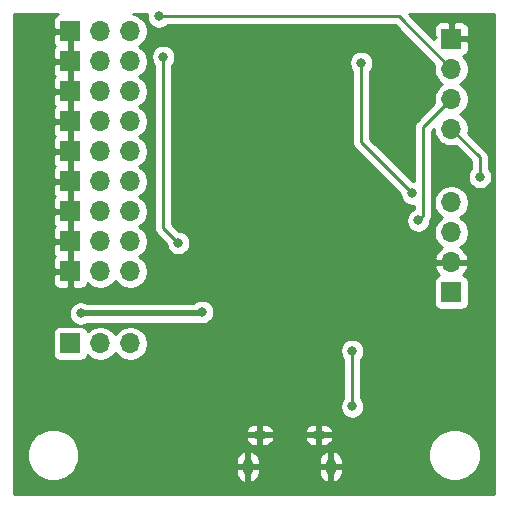
<source format=gbr>
G04 #@! TF.GenerationSoftware,KiCad,Pcbnew,(5.1.5)-3*
G04 #@! TF.CreationDate,2021-09-06T10:27:39+09:00*
G04 #@! TF.ProjectId,MKSP32_v2,4d4b5350-3332-45f7-9632-2e6b69636164,rev?*
G04 #@! TF.SameCoordinates,Original*
G04 #@! TF.FileFunction,Copper,L2,Bot*
G04 #@! TF.FilePolarity,Positive*
%FSLAX46Y46*%
G04 Gerber Fmt 4.6, Leading zero omitted, Abs format (unit mm)*
G04 Created by KiCad (PCBNEW (5.1.5)-3) date 2021-09-06 10:27:39*
%MOMM*%
%LPD*%
G04 APERTURE LIST*
%ADD10O,0.775000X1.550000*%
%ADD11O,1.300000X0.650000*%
%ADD12O,1.700000X1.700000*%
%ADD13R,1.700000X1.700000*%
%ADD14C,0.800000*%
%ADD15C,0.500000*%
%ADD16C,0.250000*%
%ADD17C,0.254000*%
G04 APERTURE END LIST*
D10*
X103500000Y-80000000D03*
X96500000Y-80000000D03*
D11*
X102500000Y-77300000D03*
X97500000Y-77300000D03*
D12*
X113716000Y-57620000D03*
X113716000Y-60160000D03*
X113716000Y-62700000D03*
D13*
X113716000Y-65240000D03*
D12*
X113716000Y-51397000D03*
X113716000Y-48857000D03*
X113716000Y-46317000D03*
D13*
X113716000Y-43777000D03*
D12*
X86538000Y-45682000D03*
X83998000Y-45682000D03*
D13*
X81458000Y-45682000D03*
D12*
X86540000Y-43120001D03*
X84000000Y-43120001D03*
D13*
X81460000Y-43120001D03*
D12*
X86538000Y-50762000D03*
X83998000Y-50762000D03*
D13*
X81458000Y-50762000D03*
D12*
X86540000Y-48222000D03*
X84000000Y-48222000D03*
D13*
X81460000Y-48222000D03*
D12*
X86538000Y-58382000D03*
X83998000Y-58382000D03*
D13*
X81458000Y-58382000D03*
D12*
X86538000Y-55842000D03*
X83998000Y-55842000D03*
D13*
X81458000Y-55842000D03*
D12*
X86540000Y-53302000D03*
X84000000Y-53302000D03*
D13*
X81460000Y-53302000D03*
D12*
X86538000Y-60922000D03*
X83998000Y-60922000D03*
D13*
X81458000Y-60922000D03*
D12*
X86538000Y-63462000D03*
X83998000Y-63462000D03*
D13*
X81458000Y-63462000D03*
D12*
X86538000Y-69558000D03*
X83998000Y-69558000D03*
D13*
X81458000Y-69558000D03*
D14*
X98984000Y-49238000D03*
X91872000Y-69050000D03*
X91872000Y-73622000D03*
X101016000Y-68034000D03*
X95936000Y-62954000D03*
X100254000Y-61176000D03*
X110160000Y-62954000D03*
X112700000Y-68796000D03*
X106604000Y-61938000D03*
X82347000Y-67018000D03*
X92634000Y-66891000D03*
X90602000Y-61049000D03*
X89332000Y-45301000D03*
X105334000Y-70193000D03*
X105334000Y-74892000D03*
X110922000Y-59144000D03*
X113716000Y-48857000D03*
X116129000Y-55461000D03*
X88951000Y-41872000D03*
X110414000Y-56858000D03*
X106096000Y-45809000D03*
D15*
X92507000Y-67018000D02*
X92634000Y-66891000D01*
X82347000Y-67018000D02*
X92507000Y-67018000D01*
D16*
X89332000Y-59779000D02*
X89332000Y-45301000D01*
X90602000Y-61049000D02*
X89332000Y-59779000D01*
X105334000Y-70193000D02*
X105334000Y-74892000D01*
X111321999Y-51251001D02*
X113716000Y-48857000D01*
X111321999Y-58744001D02*
X111321999Y-51251001D01*
X110922000Y-59144000D02*
X111321999Y-58744001D01*
X116129000Y-53810000D02*
X113716000Y-51397000D01*
X116129000Y-55461000D02*
X116129000Y-53810000D01*
X109271000Y-41872000D02*
X113716000Y-46317000D01*
X88951000Y-41872000D02*
X109271000Y-41872000D01*
X106096000Y-52540000D02*
X106096000Y-45809000D01*
X110414000Y-56858000D02*
X106096000Y-52540000D01*
D17*
G36*
X80365820Y-41680499D02*
G01*
X80255506Y-41739464D01*
X80158815Y-41818816D01*
X80079463Y-41915507D01*
X80020498Y-42025821D01*
X79984188Y-42145519D01*
X79971928Y-42270001D01*
X79975000Y-42834251D01*
X80133750Y-42993001D01*
X81333000Y-42993001D01*
X81333000Y-42973001D01*
X81587000Y-42973001D01*
X81587000Y-42993001D01*
X81607000Y-42993001D01*
X81607000Y-43247001D01*
X81587000Y-43247001D01*
X81587000Y-44353750D01*
X81585000Y-44355750D01*
X81585000Y-45555000D01*
X81605000Y-45555000D01*
X81605000Y-45809000D01*
X81585000Y-45809000D01*
X81585000Y-47008250D01*
X81587000Y-47010250D01*
X81587000Y-48095000D01*
X81607000Y-48095000D01*
X81607000Y-48349000D01*
X81587000Y-48349000D01*
X81587000Y-49433750D01*
X81585000Y-49435750D01*
X81585000Y-50635000D01*
X81605000Y-50635000D01*
X81605000Y-50889000D01*
X81585000Y-50889000D01*
X81585000Y-52088250D01*
X81587000Y-52090250D01*
X81587000Y-53175000D01*
X81607000Y-53175000D01*
X81607000Y-53429000D01*
X81587000Y-53429000D01*
X81587000Y-54513750D01*
X81585000Y-54515750D01*
X81585000Y-55715000D01*
X81605000Y-55715000D01*
X81605000Y-55969000D01*
X81585000Y-55969000D01*
X81585000Y-58255000D01*
X81605000Y-58255000D01*
X81605000Y-58509000D01*
X81585000Y-58509000D01*
X81585000Y-60795000D01*
X81605000Y-60795000D01*
X81605000Y-61049000D01*
X81585000Y-61049000D01*
X81585000Y-63335000D01*
X81605000Y-63335000D01*
X81605000Y-63589000D01*
X81585000Y-63589000D01*
X81585000Y-64788250D01*
X81743750Y-64947000D01*
X82308000Y-64950072D01*
X82432482Y-64937812D01*
X82552180Y-64901502D01*
X82662494Y-64842537D01*
X82759185Y-64763185D01*
X82838537Y-64666494D01*
X82897502Y-64556180D01*
X82919513Y-64483620D01*
X83051368Y-64615475D01*
X83294589Y-64777990D01*
X83564842Y-64889932D01*
X83851740Y-64947000D01*
X84144260Y-64947000D01*
X84431158Y-64889932D01*
X84701411Y-64777990D01*
X84944632Y-64615475D01*
X85151475Y-64408632D01*
X85268000Y-64234240D01*
X85384525Y-64408632D01*
X85591368Y-64615475D01*
X85834589Y-64777990D01*
X86104842Y-64889932D01*
X86391740Y-64947000D01*
X86684260Y-64947000D01*
X86971158Y-64889932D01*
X87241411Y-64777990D01*
X87484632Y-64615475D01*
X87691475Y-64408632D01*
X87703924Y-64390000D01*
X112227928Y-64390000D01*
X112227928Y-66090000D01*
X112240188Y-66214482D01*
X112276498Y-66334180D01*
X112335463Y-66444494D01*
X112414815Y-66541185D01*
X112511506Y-66620537D01*
X112621820Y-66679502D01*
X112741518Y-66715812D01*
X112866000Y-66728072D01*
X114566000Y-66728072D01*
X114690482Y-66715812D01*
X114810180Y-66679502D01*
X114920494Y-66620537D01*
X115017185Y-66541185D01*
X115096537Y-66444494D01*
X115155502Y-66334180D01*
X115191812Y-66214482D01*
X115204072Y-66090000D01*
X115204072Y-64390000D01*
X115191812Y-64265518D01*
X115155502Y-64145820D01*
X115096537Y-64035506D01*
X115017185Y-63938815D01*
X114920494Y-63859463D01*
X114810180Y-63800498D01*
X114729534Y-63776034D01*
X114813588Y-63700269D01*
X114987641Y-63466920D01*
X115112825Y-63204099D01*
X115157476Y-63056890D01*
X115036155Y-62827000D01*
X113843000Y-62827000D01*
X113843000Y-62847000D01*
X113589000Y-62847000D01*
X113589000Y-62827000D01*
X112395845Y-62827000D01*
X112274524Y-63056890D01*
X112319175Y-63204099D01*
X112444359Y-63466920D01*
X112618412Y-63700269D01*
X112702466Y-63776034D01*
X112621820Y-63800498D01*
X112511506Y-63859463D01*
X112414815Y-63938815D01*
X112335463Y-64035506D01*
X112276498Y-64145820D01*
X112240188Y-64265518D01*
X112227928Y-64390000D01*
X87703924Y-64390000D01*
X87853990Y-64165411D01*
X87965932Y-63895158D01*
X88023000Y-63608260D01*
X88023000Y-63315740D01*
X87965932Y-63028842D01*
X87853990Y-62758589D01*
X87691475Y-62515368D01*
X87484632Y-62308525D01*
X87310240Y-62192000D01*
X87484632Y-62075475D01*
X87691475Y-61868632D01*
X87853990Y-61625411D01*
X87965932Y-61355158D01*
X88023000Y-61068260D01*
X88023000Y-60775740D01*
X87965932Y-60488842D01*
X87853990Y-60218589D01*
X87691475Y-59975368D01*
X87484632Y-59768525D01*
X87310240Y-59652000D01*
X87484632Y-59535475D01*
X87691475Y-59328632D01*
X87853990Y-59085411D01*
X87965932Y-58815158D01*
X88023000Y-58528260D01*
X88023000Y-58235740D01*
X87965932Y-57948842D01*
X87853990Y-57678589D01*
X87691475Y-57435368D01*
X87484632Y-57228525D01*
X87310240Y-57112000D01*
X87484632Y-56995475D01*
X87691475Y-56788632D01*
X87853990Y-56545411D01*
X87965932Y-56275158D01*
X88023000Y-55988260D01*
X88023000Y-55695740D01*
X87965932Y-55408842D01*
X87853990Y-55138589D01*
X87691475Y-54895368D01*
X87484632Y-54688525D01*
X87311240Y-54572668D01*
X87486632Y-54455475D01*
X87693475Y-54248632D01*
X87855990Y-54005411D01*
X87967932Y-53735158D01*
X88025000Y-53448260D01*
X88025000Y-53155740D01*
X87967932Y-52868842D01*
X87855990Y-52598589D01*
X87693475Y-52355368D01*
X87486632Y-52148525D01*
X87311240Y-52031332D01*
X87484632Y-51915475D01*
X87691475Y-51708632D01*
X87853990Y-51465411D01*
X87965932Y-51195158D01*
X88023000Y-50908260D01*
X88023000Y-50615740D01*
X87965932Y-50328842D01*
X87853990Y-50058589D01*
X87691475Y-49815368D01*
X87484632Y-49608525D01*
X87311240Y-49492668D01*
X87486632Y-49375475D01*
X87693475Y-49168632D01*
X87855990Y-48925411D01*
X87967932Y-48655158D01*
X88025000Y-48368260D01*
X88025000Y-48075740D01*
X87967932Y-47788842D01*
X87855990Y-47518589D01*
X87693475Y-47275368D01*
X87486632Y-47068525D01*
X87311240Y-46951332D01*
X87484632Y-46835475D01*
X87691475Y-46628632D01*
X87853990Y-46385411D01*
X87965932Y-46115158D01*
X88023000Y-45828260D01*
X88023000Y-45535740D01*
X87965932Y-45248842D01*
X87945313Y-45199061D01*
X88297000Y-45199061D01*
X88297000Y-45402939D01*
X88336774Y-45602898D01*
X88414795Y-45791256D01*
X88528063Y-45960774D01*
X88572001Y-46004712D01*
X88572000Y-59741678D01*
X88568324Y-59779000D01*
X88572000Y-59816322D01*
X88572000Y-59816332D01*
X88582997Y-59927985D01*
X88609010Y-60013740D01*
X88626454Y-60071246D01*
X88697026Y-60203276D01*
X88731320Y-60245063D01*
X88791999Y-60319001D01*
X88821003Y-60342804D01*
X89567000Y-61088802D01*
X89567000Y-61150939D01*
X89606774Y-61350898D01*
X89684795Y-61539256D01*
X89798063Y-61708774D01*
X89942226Y-61852937D01*
X90111744Y-61966205D01*
X90300102Y-62044226D01*
X90500061Y-62084000D01*
X90703939Y-62084000D01*
X90903898Y-62044226D01*
X91092256Y-61966205D01*
X91261774Y-61852937D01*
X91405937Y-61708774D01*
X91519205Y-61539256D01*
X91597226Y-61350898D01*
X91637000Y-61150939D01*
X91637000Y-60947061D01*
X91597226Y-60747102D01*
X91519205Y-60558744D01*
X91405937Y-60389226D01*
X91261774Y-60245063D01*
X91092256Y-60131795D01*
X90903898Y-60053774D01*
X90703939Y-60014000D01*
X90641802Y-60014000D01*
X90092000Y-59464199D01*
X90092000Y-46004711D01*
X90135937Y-45960774D01*
X90249205Y-45791256D01*
X90327226Y-45602898D01*
X90367000Y-45402939D01*
X90367000Y-45199061D01*
X90327226Y-44999102D01*
X90249205Y-44810744D01*
X90135937Y-44641226D01*
X89991774Y-44497063D01*
X89822256Y-44383795D01*
X89633898Y-44305774D01*
X89433939Y-44266000D01*
X89230061Y-44266000D01*
X89030102Y-44305774D01*
X88841744Y-44383795D01*
X88672226Y-44497063D01*
X88528063Y-44641226D01*
X88414795Y-44810744D01*
X88336774Y-44999102D01*
X88297000Y-45199061D01*
X87945313Y-45199061D01*
X87853990Y-44978589D01*
X87691475Y-44735368D01*
X87484632Y-44528525D01*
X87294778Y-44401669D01*
X87486632Y-44273476D01*
X87693475Y-44066633D01*
X87855990Y-43823412D01*
X87967932Y-43553159D01*
X88025000Y-43266261D01*
X88025000Y-42973741D01*
X87967932Y-42686843D01*
X87855990Y-42416590D01*
X87693475Y-42173369D01*
X87486632Y-41966526D01*
X87243411Y-41804011D01*
X86973158Y-41692069D01*
X86811937Y-41660000D01*
X87937892Y-41660000D01*
X87916000Y-41770061D01*
X87916000Y-41973939D01*
X87955774Y-42173898D01*
X88033795Y-42362256D01*
X88147063Y-42531774D01*
X88291226Y-42675937D01*
X88460744Y-42789205D01*
X88649102Y-42867226D01*
X88849061Y-42907000D01*
X89052939Y-42907000D01*
X89252898Y-42867226D01*
X89441256Y-42789205D01*
X89610774Y-42675937D01*
X89654711Y-42632000D01*
X108956199Y-42632000D01*
X112274790Y-45950592D01*
X112231000Y-46170740D01*
X112231000Y-46463260D01*
X112288068Y-46750158D01*
X112400010Y-47020411D01*
X112562525Y-47263632D01*
X112769368Y-47470475D01*
X112943760Y-47587000D01*
X112769368Y-47703525D01*
X112562525Y-47910368D01*
X112400010Y-48153589D01*
X112288068Y-48423842D01*
X112231000Y-48710740D01*
X112231000Y-49003260D01*
X112274790Y-49223408D01*
X110810997Y-50687202D01*
X110781999Y-50711000D01*
X110758201Y-50739998D01*
X110758200Y-50739999D01*
X110687025Y-50826725D01*
X110616453Y-50958755D01*
X110572997Y-51102016D01*
X110558323Y-51251001D01*
X110562000Y-51288333D01*
X110561999Y-55832162D01*
X110515939Y-55823000D01*
X110453802Y-55823000D01*
X106856000Y-52225199D01*
X106856000Y-46512711D01*
X106899937Y-46468774D01*
X107013205Y-46299256D01*
X107091226Y-46110898D01*
X107131000Y-45910939D01*
X107131000Y-45707061D01*
X107091226Y-45507102D01*
X107013205Y-45318744D01*
X106899937Y-45149226D01*
X106755774Y-45005063D01*
X106586256Y-44891795D01*
X106397898Y-44813774D01*
X106197939Y-44774000D01*
X105994061Y-44774000D01*
X105794102Y-44813774D01*
X105605744Y-44891795D01*
X105436226Y-45005063D01*
X105292063Y-45149226D01*
X105178795Y-45318744D01*
X105100774Y-45507102D01*
X105061000Y-45707061D01*
X105061000Y-45910939D01*
X105100774Y-46110898D01*
X105178795Y-46299256D01*
X105292063Y-46468774D01*
X105336001Y-46512712D01*
X105336000Y-52502677D01*
X105332324Y-52540000D01*
X105336000Y-52577322D01*
X105336000Y-52577332D01*
X105346997Y-52688985D01*
X105388235Y-52824932D01*
X105390454Y-52832246D01*
X105461026Y-52964276D01*
X105500871Y-53012826D01*
X105555999Y-53080001D01*
X105585003Y-53103804D01*
X109379000Y-56897802D01*
X109379000Y-56959939D01*
X109418774Y-57159898D01*
X109496795Y-57348256D01*
X109610063Y-57517774D01*
X109754226Y-57661937D01*
X109923744Y-57775205D01*
X110112102Y-57853226D01*
X110312061Y-57893000D01*
X110515939Y-57893000D01*
X110561999Y-57883838D01*
X110561999Y-58172841D01*
X110431744Y-58226795D01*
X110262226Y-58340063D01*
X110118063Y-58484226D01*
X110004795Y-58653744D01*
X109926774Y-58842102D01*
X109887000Y-59042061D01*
X109887000Y-59245939D01*
X109926774Y-59445898D01*
X110004795Y-59634256D01*
X110118063Y-59803774D01*
X110262226Y-59947937D01*
X110431744Y-60061205D01*
X110620102Y-60139226D01*
X110820061Y-60179000D01*
X111023939Y-60179000D01*
X111223898Y-60139226D01*
X111412256Y-60061205D01*
X111581774Y-59947937D01*
X111725937Y-59803774D01*
X111839205Y-59634256D01*
X111917226Y-59445898D01*
X111957000Y-59245939D01*
X111957000Y-59168226D01*
X112027545Y-59036248D01*
X112071002Y-58892987D01*
X112081999Y-58781334D01*
X112081999Y-58781324D01*
X112085675Y-58744002D01*
X112081999Y-58706679D01*
X112081999Y-57473740D01*
X112231000Y-57473740D01*
X112231000Y-57766260D01*
X112288068Y-58053158D01*
X112400010Y-58323411D01*
X112562525Y-58566632D01*
X112769368Y-58773475D01*
X112943760Y-58890000D01*
X112769368Y-59006525D01*
X112562525Y-59213368D01*
X112400010Y-59456589D01*
X112288068Y-59726842D01*
X112231000Y-60013740D01*
X112231000Y-60306260D01*
X112288068Y-60593158D01*
X112400010Y-60863411D01*
X112562525Y-61106632D01*
X112769368Y-61313475D01*
X112951534Y-61435195D01*
X112834645Y-61504822D01*
X112618412Y-61699731D01*
X112444359Y-61933080D01*
X112319175Y-62195901D01*
X112274524Y-62343110D01*
X112395845Y-62573000D01*
X113589000Y-62573000D01*
X113589000Y-62553000D01*
X113843000Y-62553000D01*
X113843000Y-62573000D01*
X115036155Y-62573000D01*
X115157476Y-62343110D01*
X115112825Y-62195901D01*
X114987641Y-61933080D01*
X114813588Y-61699731D01*
X114597355Y-61504822D01*
X114480466Y-61435195D01*
X114662632Y-61313475D01*
X114869475Y-61106632D01*
X115031990Y-60863411D01*
X115143932Y-60593158D01*
X115201000Y-60306260D01*
X115201000Y-60013740D01*
X115143932Y-59726842D01*
X115031990Y-59456589D01*
X114869475Y-59213368D01*
X114662632Y-59006525D01*
X114488240Y-58890000D01*
X114662632Y-58773475D01*
X114869475Y-58566632D01*
X115031990Y-58323411D01*
X115143932Y-58053158D01*
X115201000Y-57766260D01*
X115201000Y-57473740D01*
X115143932Y-57186842D01*
X115031990Y-56916589D01*
X114869475Y-56673368D01*
X114662632Y-56466525D01*
X114419411Y-56304010D01*
X114149158Y-56192068D01*
X113862260Y-56135000D01*
X113569740Y-56135000D01*
X113282842Y-56192068D01*
X113012589Y-56304010D01*
X112769368Y-56466525D01*
X112562525Y-56673368D01*
X112400010Y-56916589D01*
X112288068Y-57186842D01*
X112231000Y-57473740D01*
X112081999Y-57473740D01*
X112081999Y-51565802D01*
X112231000Y-51416801D01*
X112231000Y-51543260D01*
X112288068Y-51830158D01*
X112400010Y-52100411D01*
X112562525Y-52343632D01*
X112769368Y-52550475D01*
X113012589Y-52712990D01*
X113282842Y-52824932D01*
X113569740Y-52882000D01*
X113862260Y-52882000D01*
X114082408Y-52838209D01*
X115369001Y-54124803D01*
X115369000Y-54757289D01*
X115325063Y-54801226D01*
X115211795Y-54970744D01*
X115133774Y-55159102D01*
X115094000Y-55359061D01*
X115094000Y-55562939D01*
X115133774Y-55762898D01*
X115211795Y-55951256D01*
X115325063Y-56120774D01*
X115469226Y-56264937D01*
X115638744Y-56378205D01*
X115827102Y-56456226D01*
X116027061Y-56496000D01*
X116230939Y-56496000D01*
X116430898Y-56456226D01*
X116619256Y-56378205D01*
X116788774Y-56264937D01*
X116932937Y-56120774D01*
X117046205Y-55951256D01*
X117124226Y-55762898D01*
X117164000Y-55562939D01*
X117164000Y-55359061D01*
X117124226Y-55159102D01*
X117046205Y-54970744D01*
X116932937Y-54801226D01*
X116889000Y-54757289D01*
X116889000Y-53847322D01*
X116892676Y-53809999D01*
X116889000Y-53772676D01*
X116889000Y-53772667D01*
X116878003Y-53661014D01*
X116834546Y-53517753D01*
X116763974Y-53385724D01*
X116669001Y-53269999D01*
X116640003Y-53246201D01*
X115157209Y-51763408D01*
X115201000Y-51543260D01*
X115201000Y-51250740D01*
X115143932Y-50963842D01*
X115031990Y-50693589D01*
X114869475Y-50450368D01*
X114662632Y-50243525D01*
X114488240Y-50127000D01*
X114662632Y-50010475D01*
X114869475Y-49803632D01*
X115031990Y-49560411D01*
X115143932Y-49290158D01*
X115201000Y-49003260D01*
X115201000Y-48710740D01*
X115143932Y-48423842D01*
X115031990Y-48153589D01*
X114869475Y-47910368D01*
X114662632Y-47703525D01*
X114488240Y-47587000D01*
X114662632Y-47470475D01*
X114869475Y-47263632D01*
X115031990Y-47020411D01*
X115143932Y-46750158D01*
X115201000Y-46463260D01*
X115201000Y-46170740D01*
X115143932Y-45883842D01*
X115031990Y-45613589D01*
X114869475Y-45370368D01*
X114737620Y-45238513D01*
X114810180Y-45216502D01*
X114920494Y-45157537D01*
X115017185Y-45078185D01*
X115096537Y-44981494D01*
X115155502Y-44871180D01*
X115191812Y-44751482D01*
X115204072Y-44627000D01*
X115201000Y-44062750D01*
X115042250Y-43904000D01*
X113843000Y-43904000D01*
X113843000Y-43924000D01*
X113589000Y-43924000D01*
X113589000Y-43904000D01*
X113569000Y-43904000D01*
X113569000Y-43650000D01*
X113589000Y-43650000D01*
X113589000Y-42450750D01*
X113843000Y-42450750D01*
X113843000Y-43650000D01*
X115042250Y-43650000D01*
X115201000Y-43491250D01*
X115204072Y-42927000D01*
X115191812Y-42802518D01*
X115155502Y-42682820D01*
X115096537Y-42572506D01*
X115017185Y-42475815D01*
X114920494Y-42396463D01*
X114810180Y-42337498D01*
X114690482Y-42301188D01*
X114566000Y-42288928D01*
X114001750Y-42292000D01*
X113843000Y-42450750D01*
X113589000Y-42450750D01*
X113430250Y-42292000D01*
X112866000Y-42288928D01*
X112741518Y-42301188D01*
X112621820Y-42337498D01*
X112511506Y-42396463D01*
X112414815Y-42475815D01*
X112335463Y-42572506D01*
X112276498Y-42682820D01*
X112240188Y-42802518D01*
X112227928Y-42927000D01*
X112231000Y-43491250D01*
X112389748Y-43649998D01*
X112231000Y-43649998D01*
X112231000Y-43757198D01*
X110133801Y-41660000D01*
X117340001Y-41660000D01*
X117340000Y-82340000D01*
X76660000Y-82340000D01*
X76660000Y-78779872D01*
X77765000Y-78779872D01*
X77765000Y-79220128D01*
X77850890Y-79651925D01*
X78019369Y-80058669D01*
X78263962Y-80424729D01*
X78575271Y-80736038D01*
X78941331Y-80980631D01*
X79348075Y-81149110D01*
X79779872Y-81235000D01*
X80220128Y-81235000D01*
X80651925Y-81149110D01*
X81058669Y-80980631D01*
X81424729Y-80736038D01*
X81736038Y-80424729D01*
X81934973Y-80127000D01*
X95477500Y-80127000D01*
X95477500Y-80514500D01*
X95521924Y-80711540D01*
X95603935Y-80896127D01*
X95720381Y-81061167D01*
X95866787Y-81200319D01*
X96037527Y-81308235D01*
X96215848Y-81369724D01*
X96373000Y-81241862D01*
X96373000Y-80127000D01*
X96627000Y-80127000D01*
X96627000Y-81241862D01*
X96784152Y-81369724D01*
X96962473Y-81308235D01*
X97133213Y-81200319D01*
X97279619Y-81061167D01*
X97396065Y-80896127D01*
X97478076Y-80711540D01*
X97522500Y-80514500D01*
X97522500Y-80127000D01*
X102477500Y-80127000D01*
X102477500Y-80514500D01*
X102521924Y-80711540D01*
X102603935Y-80896127D01*
X102720381Y-81061167D01*
X102866787Y-81200319D01*
X103037527Y-81308235D01*
X103215848Y-81369724D01*
X103373000Y-81241862D01*
X103373000Y-80127000D01*
X103627000Y-80127000D01*
X103627000Y-81241862D01*
X103784152Y-81369724D01*
X103962473Y-81308235D01*
X104133213Y-81200319D01*
X104279619Y-81061167D01*
X104396065Y-80896127D01*
X104478076Y-80711540D01*
X104522500Y-80514500D01*
X104522500Y-80127000D01*
X103627000Y-80127000D01*
X103373000Y-80127000D01*
X102477500Y-80127000D01*
X97522500Y-80127000D01*
X96627000Y-80127000D01*
X96373000Y-80127000D01*
X95477500Y-80127000D01*
X81934973Y-80127000D01*
X81980631Y-80058669D01*
X82149110Y-79651925D01*
X82182214Y-79485500D01*
X95477500Y-79485500D01*
X95477500Y-79873000D01*
X96373000Y-79873000D01*
X96373000Y-78758138D01*
X96627000Y-78758138D01*
X96627000Y-79873000D01*
X97522500Y-79873000D01*
X97522500Y-79485500D01*
X102477500Y-79485500D01*
X102477500Y-79873000D01*
X103373000Y-79873000D01*
X103373000Y-78758138D01*
X103627000Y-78758138D01*
X103627000Y-79873000D01*
X104522500Y-79873000D01*
X104522500Y-79485500D01*
X104478076Y-79288460D01*
X104396065Y-79103873D01*
X104279619Y-78938833D01*
X104133213Y-78799681D01*
X104101873Y-78779872D01*
X111765000Y-78779872D01*
X111765000Y-79220128D01*
X111850890Y-79651925D01*
X112019369Y-80058669D01*
X112263962Y-80424729D01*
X112575271Y-80736038D01*
X112941331Y-80980631D01*
X113348075Y-81149110D01*
X113779872Y-81235000D01*
X114220128Y-81235000D01*
X114651925Y-81149110D01*
X115058669Y-80980631D01*
X115424729Y-80736038D01*
X115736038Y-80424729D01*
X115980631Y-80058669D01*
X116149110Y-79651925D01*
X116235000Y-79220128D01*
X116235000Y-78779872D01*
X116149110Y-78348075D01*
X115980631Y-77941331D01*
X115736038Y-77575271D01*
X115424729Y-77263962D01*
X115058669Y-77019369D01*
X114651925Y-76850890D01*
X114220128Y-76765000D01*
X113779872Y-76765000D01*
X113348075Y-76850890D01*
X112941331Y-77019369D01*
X112575271Y-77263962D01*
X112263962Y-77575271D01*
X112019369Y-77941331D01*
X111850890Y-78348075D01*
X111765000Y-78779872D01*
X104101873Y-78779872D01*
X103962473Y-78691765D01*
X103784152Y-78630276D01*
X103627000Y-78758138D01*
X103373000Y-78758138D01*
X103215848Y-78630276D01*
X103037527Y-78691765D01*
X102866787Y-78799681D01*
X102720381Y-78938833D01*
X102603935Y-79103873D01*
X102521924Y-79288460D01*
X102477500Y-79485500D01*
X97522500Y-79485500D01*
X97478076Y-79288460D01*
X97396065Y-79103873D01*
X97279619Y-78938833D01*
X97133213Y-78799681D01*
X96962473Y-78691765D01*
X96784152Y-78630276D01*
X96627000Y-78758138D01*
X96373000Y-78758138D01*
X96215848Y-78630276D01*
X96037527Y-78691765D01*
X95866787Y-78799681D01*
X95720381Y-78938833D01*
X95603935Y-79103873D01*
X95521924Y-79288460D01*
X95477500Y-79485500D01*
X82182214Y-79485500D01*
X82235000Y-79220128D01*
X82235000Y-78779872D01*
X82149110Y-78348075D01*
X81980631Y-77941331D01*
X81736038Y-77575271D01*
X81735061Y-77574294D01*
X96255020Y-77574294D01*
X96306233Y-77727751D01*
X96406376Y-77889020D01*
X96536057Y-78027653D01*
X96690292Y-78138323D01*
X96863154Y-78216777D01*
X97048000Y-78260000D01*
X97373000Y-78260000D01*
X97373000Y-77427000D01*
X97627000Y-77427000D01*
X97627000Y-78260000D01*
X97952000Y-78260000D01*
X98136846Y-78216777D01*
X98309708Y-78138323D01*
X98463943Y-78027653D01*
X98593624Y-77889020D01*
X98693767Y-77727751D01*
X98744980Y-77574294D01*
X101255020Y-77574294D01*
X101306233Y-77727751D01*
X101406376Y-77889020D01*
X101536057Y-78027653D01*
X101690292Y-78138323D01*
X101863154Y-78216777D01*
X102048000Y-78260000D01*
X102373000Y-78260000D01*
X102373000Y-77427000D01*
X102627000Y-77427000D01*
X102627000Y-78260000D01*
X102952000Y-78260000D01*
X103136846Y-78216777D01*
X103309708Y-78138323D01*
X103463943Y-78027653D01*
X103593624Y-77889020D01*
X103693767Y-77727751D01*
X103744980Y-77574294D01*
X103616121Y-77427000D01*
X102627000Y-77427000D01*
X102373000Y-77427000D01*
X101383879Y-77427000D01*
X101255020Y-77574294D01*
X98744980Y-77574294D01*
X98616121Y-77427000D01*
X97627000Y-77427000D01*
X97373000Y-77427000D01*
X96383879Y-77427000D01*
X96255020Y-77574294D01*
X81735061Y-77574294D01*
X81424729Y-77263962D01*
X81068154Y-77025706D01*
X96255020Y-77025706D01*
X96383879Y-77173000D01*
X97373000Y-77173000D01*
X97373000Y-76340000D01*
X97627000Y-76340000D01*
X97627000Y-77173000D01*
X98616121Y-77173000D01*
X98744980Y-77025706D01*
X101255020Y-77025706D01*
X101383879Y-77173000D01*
X102373000Y-77173000D01*
X102373000Y-76340000D01*
X102627000Y-76340000D01*
X102627000Y-77173000D01*
X103616121Y-77173000D01*
X103744980Y-77025706D01*
X103693767Y-76872249D01*
X103593624Y-76710980D01*
X103463943Y-76572347D01*
X103309708Y-76461677D01*
X103136846Y-76383223D01*
X102952000Y-76340000D01*
X102627000Y-76340000D01*
X102373000Y-76340000D01*
X102048000Y-76340000D01*
X101863154Y-76383223D01*
X101690292Y-76461677D01*
X101536057Y-76572347D01*
X101406376Y-76710980D01*
X101306233Y-76872249D01*
X101255020Y-77025706D01*
X98744980Y-77025706D01*
X98693767Y-76872249D01*
X98593624Y-76710980D01*
X98463943Y-76572347D01*
X98309708Y-76461677D01*
X98136846Y-76383223D01*
X97952000Y-76340000D01*
X97627000Y-76340000D01*
X97373000Y-76340000D01*
X97048000Y-76340000D01*
X96863154Y-76383223D01*
X96690292Y-76461677D01*
X96536057Y-76572347D01*
X96406376Y-76710980D01*
X96306233Y-76872249D01*
X96255020Y-77025706D01*
X81068154Y-77025706D01*
X81058669Y-77019369D01*
X80651925Y-76850890D01*
X80220128Y-76765000D01*
X79779872Y-76765000D01*
X79348075Y-76850890D01*
X78941331Y-77019369D01*
X78575271Y-77263962D01*
X78263962Y-77575271D01*
X78019369Y-77941331D01*
X77850890Y-78348075D01*
X77765000Y-78779872D01*
X76660000Y-78779872D01*
X76660000Y-68708000D01*
X79969928Y-68708000D01*
X79969928Y-70408000D01*
X79982188Y-70532482D01*
X80018498Y-70652180D01*
X80077463Y-70762494D01*
X80156815Y-70859185D01*
X80253506Y-70938537D01*
X80363820Y-70997502D01*
X80483518Y-71033812D01*
X80608000Y-71046072D01*
X82308000Y-71046072D01*
X82432482Y-71033812D01*
X82552180Y-70997502D01*
X82662494Y-70938537D01*
X82759185Y-70859185D01*
X82838537Y-70762494D01*
X82897502Y-70652180D01*
X82919513Y-70579620D01*
X83051368Y-70711475D01*
X83294589Y-70873990D01*
X83564842Y-70985932D01*
X83851740Y-71043000D01*
X84144260Y-71043000D01*
X84431158Y-70985932D01*
X84701411Y-70873990D01*
X84944632Y-70711475D01*
X85151475Y-70504632D01*
X85268000Y-70330240D01*
X85384525Y-70504632D01*
X85591368Y-70711475D01*
X85834589Y-70873990D01*
X86104842Y-70985932D01*
X86391740Y-71043000D01*
X86684260Y-71043000D01*
X86971158Y-70985932D01*
X87241411Y-70873990D01*
X87484632Y-70711475D01*
X87691475Y-70504632D01*
X87853990Y-70261411D01*
X87924550Y-70091061D01*
X104299000Y-70091061D01*
X104299000Y-70294939D01*
X104338774Y-70494898D01*
X104416795Y-70683256D01*
X104530063Y-70852774D01*
X104574000Y-70896711D01*
X104574001Y-74188288D01*
X104530063Y-74232226D01*
X104416795Y-74401744D01*
X104338774Y-74590102D01*
X104299000Y-74790061D01*
X104299000Y-74993939D01*
X104338774Y-75193898D01*
X104416795Y-75382256D01*
X104530063Y-75551774D01*
X104674226Y-75695937D01*
X104843744Y-75809205D01*
X105032102Y-75887226D01*
X105232061Y-75927000D01*
X105435939Y-75927000D01*
X105635898Y-75887226D01*
X105824256Y-75809205D01*
X105993774Y-75695937D01*
X106137937Y-75551774D01*
X106251205Y-75382256D01*
X106329226Y-75193898D01*
X106369000Y-74993939D01*
X106369000Y-74790061D01*
X106329226Y-74590102D01*
X106251205Y-74401744D01*
X106137937Y-74232226D01*
X106094000Y-74188289D01*
X106094000Y-70896711D01*
X106137937Y-70852774D01*
X106251205Y-70683256D01*
X106329226Y-70494898D01*
X106369000Y-70294939D01*
X106369000Y-70091061D01*
X106329226Y-69891102D01*
X106251205Y-69702744D01*
X106137937Y-69533226D01*
X105993774Y-69389063D01*
X105824256Y-69275795D01*
X105635898Y-69197774D01*
X105435939Y-69158000D01*
X105232061Y-69158000D01*
X105032102Y-69197774D01*
X104843744Y-69275795D01*
X104674226Y-69389063D01*
X104530063Y-69533226D01*
X104416795Y-69702744D01*
X104338774Y-69891102D01*
X104299000Y-70091061D01*
X87924550Y-70091061D01*
X87965932Y-69991158D01*
X88023000Y-69704260D01*
X88023000Y-69411740D01*
X87965932Y-69124842D01*
X87853990Y-68854589D01*
X87691475Y-68611368D01*
X87484632Y-68404525D01*
X87241411Y-68242010D01*
X86971158Y-68130068D01*
X86684260Y-68073000D01*
X86391740Y-68073000D01*
X86104842Y-68130068D01*
X85834589Y-68242010D01*
X85591368Y-68404525D01*
X85384525Y-68611368D01*
X85268000Y-68785760D01*
X85151475Y-68611368D01*
X84944632Y-68404525D01*
X84701411Y-68242010D01*
X84431158Y-68130068D01*
X84144260Y-68073000D01*
X83851740Y-68073000D01*
X83564842Y-68130068D01*
X83294589Y-68242010D01*
X83051368Y-68404525D01*
X82919513Y-68536380D01*
X82897502Y-68463820D01*
X82838537Y-68353506D01*
X82759185Y-68256815D01*
X82662494Y-68177463D01*
X82552180Y-68118498D01*
X82432482Y-68082188D01*
X82308000Y-68069928D01*
X80608000Y-68069928D01*
X80483518Y-68082188D01*
X80363820Y-68118498D01*
X80253506Y-68177463D01*
X80156815Y-68256815D01*
X80077463Y-68353506D01*
X80018498Y-68463820D01*
X79982188Y-68583518D01*
X79969928Y-68708000D01*
X76660000Y-68708000D01*
X76660000Y-66916061D01*
X81312000Y-66916061D01*
X81312000Y-67119939D01*
X81351774Y-67319898D01*
X81429795Y-67508256D01*
X81543063Y-67677774D01*
X81687226Y-67821937D01*
X81856744Y-67935205D01*
X82045102Y-68013226D01*
X82245061Y-68053000D01*
X82448939Y-68053000D01*
X82648898Y-68013226D01*
X82837256Y-67935205D01*
X82885454Y-67903000D01*
X92416431Y-67903000D01*
X92532061Y-67926000D01*
X92735939Y-67926000D01*
X92935898Y-67886226D01*
X93124256Y-67808205D01*
X93293774Y-67694937D01*
X93437937Y-67550774D01*
X93551205Y-67381256D01*
X93629226Y-67192898D01*
X93669000Y-66992939D01*
X93669000Y-66789061D01*
X93629226Y-66589102D01*
X93551205Y-66400744D01*
X93437937Y-66231226D01*
X93293774Y-66087063D01*
X93124256Y-65973795D01*
X92935898Y-65895774D01*
X92735939Y-65856000D01*
X92532061Y-65856000D01*
X92332102Y-65895774D01*
X92143744Y-65973795D01*
X91974226Y-66087063D01*
X91928289Y-66133000D01*
X82885454Y-66133000D01*
X82837256Y-66100795D01*
X82648898Y-66022774D01*
X82448939Y-65983000D01*
X82245061Y-65983000D01*
X82045102Y-66022774D01*
X81856744Y-66100795D01*
X81687226Y-66214063D01*
X81543063Y-66358226D01*
X81429795Y-66527744D01*
X81351774Y-66716102D01*
X81312000Y-66916061D01*
X76660000Y-66916061D01*
X76660000Y-64312000D01*
X79969928Y-64312000D01*
X79982188Y-64436482D01*
X80018498Y-64556180D01*
X80077463Y-64666494D01*
X80156815Y-64763185D01*
X80253506Y-64842537D01*
X80363820Y-64901502D01*
X80483518Y-64937812D01*
X80608000Y-64950072D01*
X81172250Y-64947000D01*
X81331000Y-64788250D01*
X81331000Y-63589000D01*
X80131750Y-63589000D01*
X79973000Y-63747750D01*
X79969928Y-64312000D01*
X76660000Y-64312000D01*
X76660000Y-61772000D01*
X79969928Y-61772000D01*
X79982188Y-61896482D01*
X80018498Y-62016180D01*
X80077463Y-62126494D01*
X80131222Y-62192000D01*
X80077463Y-62257506D01*
X80018498Y-62367820D01*
X79982188Y-62487518D01*
X79969928Y-62612000D01*
X79973000Y-63176250D01*
X80131750Y-63335000D01*
X81331000Y-63335000D01*
X81331000Y-61049000D01*
X80131750Y-61049000D01*
X79973000Y-61207750D01*
X79969928Y-61772000D01*
X76660000Y-61772000D01*
X76660000Y-59232000D01*
X79969928Y-59232000D01*
X79982188Y-59356482D01*
X80018498Y-59476180D01*
X80077463Y-59586494D01*
X80131222Y-59652000D01*
X80077463Y-59717506D01*
X80018498Y-59827820D01*
X79982188Y-59947518D01*
X79969928Y-60072000D01*
X79973000Y-60636250D01*
X80131750Y-60795000D01*
X81331000Y-60795000D01*
X81331000Y-58509000D01*
X80131750Y-58509000D01*
X79973000Y-58667750D01*
X79969928Y-59232000D01*
X76660000Y-59232000D01*
X76660000Y-56692000D01*
X79969928Y-56692000D01*
X79982188Y-56816482D01*
X80018498Y-56936180D01*
X80077463Y-57046494D01*
X80131222Y-57112000D01*
X80077463Y-57177506D01*
X80018498Y-57287820D01*
X79982188Y-57407518D01*
X79969928Y-57532000D01*
X79973000Y-58096250D01*
X80131750Y-58255000D01*
X81331000Y-58255000D01*
X81331000Y-55969000D01*
X80131750Y-55969000D01*
X79973000Y-56127750D01*
X79969928Y-56692000D01*
X76660000Y-56692000D01*
X76660000Y-54992000D01*
X79969928Y-54992000D01*
X79973000Y-55556250D01*
X80131750Y-55715000D01*
X81331000Y-55715000D01*
X81331000Y-54630250D01*
X81333000Y-54628250D01*
X81333000Y-53429000D01*
X80133750Y-53429000D01*
X79975000Y-53587750D01*
X79971928Y-54152000D01*
X79984188Y-54276482D01*
X80020498Y-54396180D01*
X80079463Y-54506494D01*
X80132222Y-54570781D01*
X80077463Y-54637506D01*
X80018498Y-54747820D01*
X79982188Y-54867518D01*
X79969928Y-54992000D01*
X76660000Y-54992000D01*
X76660000Y-51612000D01*
X79969928Y-51612000D01*
X79982188Y-51736482D01*
X80018498Y-51856180D01*
X80077463Y-51966494D01*
X80132222Y-52033219D01*
X80079463Y-52097506D01*
X80020498Y-52207820D01*
X79984188Y-52327518D01*
X79971928Y-52452000D01*
X79975000Y-53016250D01*
X80133750Y-53175000D01*
X81333000Y-53175000D01*
X81333000Y-51975750D01*
X81331000Y-51973750D01*
X81331000Y-50889000D01*
X80131750Y-50889000D01*
X79973000Y-51047750D01*
X79969928Y-51612000D01*
X76660000Y-51612000D01*
X76660000Y-49912000D01*
X79969928Y-49912000D01*
X79973000Y-50476250D01*
X80131750Y-50635000D01*
X81331000Y-50635000D01*
X81331000Y-49550250D01*
X81333000Y-49548250D01*
X81333000Y-48349000D01*
X80133750Y-48349000D01*
X79975000Y-48507750D01*
X79971928Y-49072000D01*
X79984188Y-49196482D01*
X80020498Y-49316180D01*
X80079463Y-49426494D01*
X80132222Y-49490781D01*
X80077463Y-49557506D01*
X80018498Y-49667820D01*
X79982188Y-49787518D01*
X79969928Y-49912000D01*
X76660000Y-49912000D01*
X76660000Y-46532000D01*
X79969928Y-46532000D01*
X79982188Y-46656482D01*
X80018498Y-46776180D01*
X80077463Y-46886494D01*
X80132222Y-46953219D01*
X80079463Y-47017506D01*
X80020498Y-47127820D01*
X79984188Y-47247518D01*
X79971928Y-47372000D01*
X79975000Y-47936250D01*
X80133750Y-48095000D01*
X81333000Y-48095000D01*
X81333000Y-46895750D01*
X81331000Y-46893750D01*
X81331000Y-45809000D01*
X80131750Y-45809000D01*
X79973000Y-45967750D01*
X79969928Y-46532000D01*
X76660000Y-46532000D01*
X76660000Y-44832000D01*
X79969928Y-44832000D01*
X79973000Y-45396250D01*
X80131750Y-45555000D01*
X81331000Y-45555000D01*
X81331000Y-44448251D01*
X81333000Y-44446251D01*
X81333000Y-43247001D01*
X80133750Y-43247001D01*
X79975000Y-43405751D01*
X79971928Y-43970001D01*
X79984188Y-44094483D01*
X80020498Y-44214181D01*
X80079463Y-44324495D01*
X80141249Y-44399782D01*
X80077463Y-44477506D01*
X80018498Y-44587820D01*
X79982188Y-44707518D01*
X79969928Y-44832000D01*
X76660000Y-44832000D01*
X76660000Y-41660000D01*
X80433396Y-41660000D01*
X80365820Y-41680499D01*
G37*
X80365820Y-41680499D02*
X80255506Y-41739464D01*
X80158815Y-41818816D01*
X80079463Y-41915507D01*
X80020498Y-42025821D01*
X79984188Y-42145519D01*
X79971928Y-42270001D01*
X79975000Y-42834251D01*
X80133750Y-42993001D01*
X81333000Y-42993001D01*
X81333000Y-42973001D01*
X81587000Y-42973001D01*
X81587000Y-42993001D01*
X81607000Y-42993001D01*
X81607000Y-43247001D01*
X81587000Y-43247001D01*
X81587000Y-44353750D01*
X81585000Y-44355750D01*
X81585000Y-45555000D01*
X81605000Y-45555000D01*
X81605000Y-45809000D01*
X81585000Y-45809000D01*
X81585000Y-47008250D01*
X81587000Y-47010250D01*
X81587000Y-48095000D01*
X81607000Y-48095000D01*
X81607000Y-48349000D01*
X81587000Y-48349000D01*
X81587000Y-49433750D01*
X81585000Y-49435750D01*
X81585000Y-50635000D01*
X81605000Y-50635000D01*
X81605000Y-50889000D01*
X81585000Y-50889000D01*
X81585000Y-52088250D01*
X81587000Y-52090250D01*
X81587000Y-53175000D01*
X81607000Y-53175000D01*
X81607000Y-53429000D01*
X81587000Y-53429000D01*
X81587000Y-54513750D01*
X81585000Y-54515750D01*
X81585000Y-55715000D01*
X81605000Y-55715000D01*
X81605000Y-55969000D01*
X81585000Y-55969000D01*
X81585000Y-58255000D01*
X81605000Y-58255000D01*
X81605000Y-58509000D01*
X81585000Y-58509000D01*
X81585000Y-60795000D01*
X81605000Y-60795000D01*
X81605000Y-61049000D01*
X81585000Y-61049000D01*
X81585000Y-63335000D01*
X81605000Y-63335000D01*
X81605000Y-63589000D01*
X81585000Y-63589000D01*
X81585000Y-64788250D01*
X81743750Y-64947000D01*
X82308000Y-64950072D01*
X82432482Y-64937812D01*
X82552180Y-64901502D01*
X82662494Y-64842537D01*
X82759185Y-64763185D01*
X82838537Y-64666494D01*
X82897502Y-64556180D01*
X82919513Y-64483620D01*
X83051368Y-64615475D01*
X83294589Y-64777990D01*
X83564842Y-64889932D01*
X83851740Y-64947000D01*
X84144260Y-64947000D01*
X84431158Y-64889932D01*
X84701411Y-64777990D01*
X84944632Y-64615475D01*
X85151475Y-64408632D01*
X85268000Y-64234240D01*
X85384525Y-64408632D01*
X85591368Y-64615475D01*
X85834589Y-64777990D01*
X86104842Y-64889932D01*
X86391740Y-64947000D01*
X86684260Y-64947000D01*
X86971158Y-64889932D01*
X87241411Y-64777990D01*
X87484632Y-64615475D01*
X87691475Y-64408632D01*
X87703924Y-64390000D01*
X112227928Y-64390000D01*
X112227928Y-66090000D01*
X112240188Y-66214482D01*
X112276498Y-66334180D01*
X112335463Y-66444494D01*
X112414815Y-66541185D01*
X112511506Y-66620537D01*
X112621820Y-66679502D01*
X112741518Y-66715812D01*
X112866000Y-66728072D01*
X114566000Y-66728072D01*
X114690482Y-66715812D01*
X114810180Y-66679502D01*
X114920494Y-66620537D01*
X115017185Y-66541185D01*
X115096537Y-66444494D01*
X115155502Y-66334180D01*
X115191812Y-66214482D01*
X115204072Y-66090000D01*
X115204072Y-64390000D01*
X115191812Y-64265518D01*
X115155502Y-64145820D01*
X115096537Y-64035506D01*
X115017185Y-63938815D01*
X114920494Y-63859463D01*
X114810180Y-63800498D01*
X114729534Y-63776034D01*
X114813588Y-63700269D01*
X114987641Y-63466920D01*
X115112825Y-63204099D01*
X115157476Y-63056890D01*
X115036155Y-62827000D01*
X113843000Y-62827000D01*
X113843000Y-62847000D01*
X113589000Y-62847000D01*
X113589000Y-62827000D01*
X112395845Y-62827000D01*
X112274524Y-63056890D01*
X112319175Y-63204099D01*
X112444359Y-63466920D01*
X112618412Y-63700269D01*
X112702466Y-63776034D01*
X112621820Y-63800498D01*
X112511506Y-63859463D01*
X112414815Y-63938815D01*
X112335463Y-64035506D01*
X112276498Y-64145820D01*
X112240188Y-64265518D01*
X112227928Y-64390000D01*
X87703924Y-64390000D01*
X87853990Y-64165411D01*
X87965932Y-63895158D01*
X88023000Y-63608260D01*
X88023000Y-63315740D01*
X87965932Y-63028842D01*
X87853990Y-62758589D01*
X87691475Y-62515368D01*
X87484632Y-62308525D01*
X87310240Y-62192000D01*
X87484632Y-62075475D01*
X87691475Y-61868632D01*
X87853990Y-61625411D01*
X87965932Y-61355158D01*
X88023000Y-61068260D01*
X88023000Y-60775740D01*
X87965932Y-60488842D01*
X87853990Y-60218589D01*
X87691475Y-59975368D01*
X87484632Y-59768525D01*
X87310240Y-59652000D01*
X87484632Y-59535475D01*
X87691475Y-59328632D01*
X87853990Y-59085411D01*
X87965932Y-58815158D01*
X88023000Y-58528260D01*
X88023000Y-58235740D01*
X87965932Y-57948842D01*
X87853990Y-57678589D01*
X87691475Y-57435368D01*
X87484632Y-57228525D01*
X87310240Y-57112000D01*
X87484632Y-56995475D01*
X87691475Y-56788632D01*
X87853990Y-56545411D01*
X87965932Y-56275158D01*
X88023000Y-55988260D01*
X88023000Y-55695740D01*
X87965932Y-55408842D01*
X87853990Y-55138589D01*
X87691475Y-54895368D01*
X87484632Y-54688525D01*
X87311240Y-54572668D01*
X87486632Y-54455475D01*
X87693475Y-54248632D01*
X87855990Y-54005411D01*
X87967932Y-53735158D01*
X88025000Y-53448260D01*
X88025000Y-53155740D01*
X87967932Y-52868842D01*
X87855990Y-52598589D01*
X87693475Y-52355368D01*
X87486632Y-52148525D01*
X87311240Y-52031332D01*
X87484632Y-51915475D01*
X87691475Y-51708632D01*
X87853990Y-51465411D01*
X87965932Y-51195158D01*
X88023000Y-50908260D01*
X88023000Y-50615740D01*
X87965932Y-50328842D01*
X87853990Y-50058589D01*
X87691475Y-49815368D01*
X87484632Y-49608525D01*
X87311240Y-49492668D01*
X87486632Y-49375475D01*
X87693475Y-49168632D01*
X87855990Y-48925411D01*
X87967932Y-48655158D01*
X88025000Y-48368260D01*
X88025000Y-48075740D01*
X87967932Y-47788842D01*
X87855990Y-47518589D01*
X87693475Y-47275368D01*
X87486632Y-47068525D01*
X87311240Y-46951332D01*
X87484632Y-46835475D01*
X87691475Y-46628632D01*
X87853990Y-46385411D01*
X87965932Y-46115158D01*
X88023000Y-45828260D01*
X88023000Y-45535740D01*
X87965932Y-45248842D01*
X87945313Y-45199061D01*
X88297000Y-45199061D01*
X88297000Y-45402939D01*
X88336774Y-45602898D01*
X88414795Y-45791256D01*
X88528063Y-45960774D01*
X88572001Y-46004712D01*
X88572000Y-59741678D01*
X88568324Y-59779000D01*
X88572000Y-59816322D01*
X88572000Y-59816332D01*
X88582997Y-59927985D01*
X88609010Y-60013740D01*
X88626454Y-60071246D01*
X88697026Y-60203276D01*
X88731320Y-60245063D01*
X88791999Y-60319001D01*
X88821003Y-60342804D01*
X89567000Y-61088802D01*
X89567000Y-61150939D01*
X89606774Y-61350898D01*
X89684795Y-61539256D01*
X89798063Y-61708774D01*
X89942226Y-61852937D01*
X90111744Y-61966205D01*
X90300102Y-62044226D01*
X90500061Y-62084000D01*
X90703939Y-62084000D01*
X90903898Y-62044226D01*
X91092256Y-61966205D01*
X91261774Y-61852937D01*
X91405937Y-61708774D01*
X91519205Y-61539256D01*
X91597226Y-61350898D01*
X91637000Y-61150939D01*
X91637000Y-60947061D01*
X91597226Y-60747102D01*
X91519205Y-60558744D01*
X91405937Y-60389226D01*
X91261774Y-60245063D01*
X91092256Y-60131795D01*
X90903898Y-60053774D01*
X90703939Y-60014000D01*
X90641802Y-60014000D01*
X90092000Y-59464199D01*
X90092000Y-46004711D01*
X90135937Y-45960774D01*
X90249205Y-45791256D01*
X90327226Y-45602898D01*
X90367000Y-45402939D01*
X90367000Y-45199061D01*
X90327226Y-44999102D01*
X90249205Y-44810744D01*
X90135937Y-44641226D01*
X89991774Y-44497063D01*
X89822256Y-44383795D01*
X89633898Y-44305774D01*
X89433939Y-44266000D01*
X89230061Y-44266000D01*
X89030102Y-44305774D01*
X88841744Y-44383795D01*
X88672226Y-44497063D01*
X88528063Y-44641226D01*
X88414795Y-44810744D01*
X88336774Y-44999102D01*
X88297000Y-45199061D01*
X87945313Y-45199061D01*
X87853990Y-44978589D01*
X87691475Y-44735368D01*
X87484632Y-44528525D01*
X87294778Y-44401669D01*
X87486632Y-44273476D01*
X87693475Y-44066633D01*
X87855990Y-43823412D01*
X87967932Y-43553159D01*
X88025000Y-43266261D01*
X88025000Y-42973741D01*
X87967932Y-42686843D01*
X87855990Y-42416590D01*
X87693475Y-42173369D01*
X87486632Y-41966526D01*
X87243411Y-41804011D01*
X86973158Y-41692069D01*
X86811937Y-41660000D01*
X87937892Y-41660000D01*
X87916000Y-41770061D01*
X87916000Y-41973939D01*
X87955774Y-42173898D01*
X88033795Y-42362256D01*
X88147063Y-42531774D01*
X88291226Y-42675937D01*
X88460744Y-42789205D01*
X88649102Y-42867226D01*
X88849061Y-42907000D01*
X89052939Y-42907000D01*
X89252898Y-42867226D01*
X89441256Y-42789205D01*
X89610774Y-42675937D01*
X89654711Y-42632000D01*
X108956199Y-42632000D01*
X112274790Y-45950592D01*
X112231000Y-46170740D01*
X112231000Y-46463260D01*
X112288068Y-46750158D01*
X112400010Y-47020411D01*
X112562525Y-47263632D01*
X112769368Y-47470475D01*
X112943760Y-47587000D01*
X112769368Y-47703525D01*
X112562525Y-47910368D01*
X112400010Y-48153589D01*
X112288068Y-48423842D01*
X112231000Y-48710740D01*
X112231000Y-49003260D01*
X112274790Y-49223408D01*
X110810997Y-50687202D01*
X110781999Y-50711000D01*
X110758201Y-50739998D01*
X110758200Y-50739999D01*
X110687025Y-50826725D01*
X110616453Y-50958755D01*
X110572997Y-51102016D01*
X110558323Y-51251001D01*
X110562000Y-51288333D01*
X110561999Y-55832162D01*
X110515939Y-55823000D01*
X110453802Y-55823000D01*
X106856000Y-52225199D01*
X106856000Y-46512711D01*
X106899937Y-46468774D01*
X107013205Y-46299256D01*
X107091226Y-46110898D01*
X107131000Y-45910939D01*
X107131000Y-45707061D01*
X107091226Y-45507102D01*
X107013205Y-45318744D01*
X106899937Y-45149226D01*
X106755774Y-45005063D01*
X106586256Y-44891795D01*
X106397898Y-44813774D01*
X106197939Y-44774000D01*
X105994061Y-44774000D01*
X105794102Y-44813774D01*
X105605744Y-44891795D01*
X105436226Y-45005063D01*
X105292063Y-45149226D01*
X105178795Y-45318744D01*
X105100774Y-45507102D01*
X105061000Y-45707061D01*
X105061000Y-45910939D01*
X105100774Y-46110898D01*
X105178795Y-46299256D01*
X105292063Y-46468774D01*
X105336001Y-46512712D01*
X105336000Y-52502677D01*
X105332324Y-52540000D01*
X105336000Y-52577322D01*
X105336000Y-52577332D01*
X105346997Y-52688985D01*
X105388235Y-52824932D01*
X105390454Y-52832246D01*
X105461026Y-52964276D01*
X105500871Y-53012826D01*
X105555999Y-53080001D01*
X105585003Y-53103804D01*
X109379000Y-56897802D01*
X109379000Y-56959939D01*
X109418774Y-57159898D01*
X109496795Y-57348256D01*
X109610063Y-57517774D01*
X109754226Y-57661937D01*
X109923744Y-57775205D01*
X110112102Y-57853226D01*
X110312061Y-57893000D01*
X110515939Y-57893000D01*
X110561999Y-57883838D01*
X110561999Y-58172841D01*
X110431744Y-58226795D01*
X110262226Y-58340063D01*
X110118063Y-58484226D01*
X110004795Y-58653744D01*
X109926774Y-58842102D01*
X109887000Y-59042061D01*
X109887000Y-59245939D01*
X109926774Y-59445898D01*
X110004795Y-59634256D01*
X110118063Y-59803774D01*
X110262226Y-59947937D01*
X110431744Y-60061205D01*
X110620102Y-60139226D01*
X110820061Y-60179000D01*
X111023939Y-60179000D01*
X111223898Y-60139226D01*
X111412256Y-60061205D01*
X111581774Y-59947937D01*
X111725937Y-59803774D01*
X111839205Y-59634256D01*
X111917226Y-59445898D01*
X111957000Y-59245939D01*
X111957000Y-59168226D01*
X112027545Y-59036248D01*
X112071002Y-58892987D01*
X112081999Y-58781334D01*
X112081999Y-58781324D01*
X112085675Y-58744002D01*
X112081999Y-58706679D01*
X112081999Y-57473740D01*
X112231000Y-57473740D01*
X112231000Y-57766260D01*
X112288068Y-58053158D01*
X112400010Y-58323411D01*
X112562525Y-58566632D01*
X112769368Y-58773475D01*
X112943760Y-58890000D01*
X112769368Y-59006525D01*
X112562525Y-59213368D01*
X112400010Y-59456589D01*
X112288068Y-59726842D01*
X112231000Y-60013740D01*
X112231000Y-60306260D01*
X112288068Y-60593158D01*
X112400010Y-60863411D01*
X112562525Y-61106632D01*
X112769368Y-61313475D01*
X112951534Y-61435195D01*
X112834645Y-61504822D01*
X112618412Y-61699731D01*
X112444359Y-61933080D01*
X112319175Y-62195901D01*
X112274524Y-62343110D01*
X112395845Y-62573000D01*
X113589000Y-62573000D01*
X113589000Y-62553000D01*
X113843000Y-62553000D01*
X113843000Y-62573000D01*
X115036155Y-62573000D01*
X115157476Y-62343110D01*
X115112825Y-62195901D01*
X114987641Y-61933080D01*
X114813588Y-61699731D01*
X114597355Y-61504822D01*
X114480466Y-61435195D01*
X114662632Y-61313475D01*
X114869475Y-61106632D01*
X115031990Y-60863411D01*
X115143932Y-60593158D01*
X115201000Y-60306260D01*
X115201000Y-60013740D01*
X115143932Y-59726842D01*
X115031990Y-59456589D01*
X114869475Y-59213368D01*
X114662632Y-59006525D01*
X114488240Y-58890000D01*
X114662632Y-58773475D01*
X114869475Y-58566632D01*
X115031990Y-58323411D01*
X115143932Y-58053158D01*
X115201000Y-57766260D01*
X115201000Y-57473740D01*
X115143932Y-57186842D01*
X115031990Y-56916589D01*
X114869475Y-56673368D01*
X114662632Y-56466525D01*
X114419411Y-56304010D01*
X114149158Y-56192068D01*
X113862260Y-56135000D01*
X113569740Y-56135000D01*
X113282842Y-56192068D01*
X113012589Y-56304010D01*
X112769368Y-56466525D01*
X112562525Y-56673368D01*
X112400010Y-56916589D01*
X112288068Y-57186842D01*
X112231000Y-57473740D01*
X112081999Y-57473740D01*
X112081999Y-51565802D01*
X112231000Y-51416801D01*
X112231000Y-51543260D01*
X112288068Y-51830158D01*
X112400010Y-52100411D01*
X112562525Y-52343632D01*
X112769368Y-52550475D01*
X113012589Y-52712990D01*
X113282842Y-52824932D01*
X113569740Y-52882000D01*
X113862260Y-52882000D01*
X114082408Y-52838209D01*
X115369001Y-54124803D01*
X115369000Y-54757289D01*
X115325063Y-54801226D01*
X115211795Y-54970744D01*
X115133774Y-55159102D01*
X115094000Y-55359061D01*
X115094000Y-55562939D01*
X115133774Y-55762898D01*
X115211795Y-55951256D01*
X115325063Y-56120774D01*
X115469226Y-56264937D01*
X115638744Y-56378205D01*
X115827102Y-56456226D01*
X116027061Y-56496000D01*
X116230939Y-56496000D01*
X116430898Y-56456226D01*
X116619256Y-56378205D01*
X116788774Y-56264937D01*
X116932937Y-56120774D01*
X117046205Y-55951256D01*
X117124226Y-55762898D01*
X117164000Y-55562939D01*
X117164000Y-55359061D01*
X117124226Y-55159102D01*
X117046205Y-54970744D01*
X116932937Y-54801226D01*
X116889000Y-54757289D01*
X116889000Y-53847322D01*
X116892676Y-53809999D01*
X116889000Y-53772676D01*
X116889000Y-53772667D01*
X116878003Y-53661014D01*
X116834546Y-53517753D01*
X116763974Y-53385724D01*
X116669001Y-53269999D01*
X116640003Y-53246201D01*
X115157209Y-51763408D01*
X115201000Y-51543260D01*
X115201000Y-51250740D01*
X115143932Y-50963842D01*
X115031990Y-50693589D01*
X114869475Y-50450368D01*
X114662632Y-50243525D01*
X114488240Y-50127000D01*
X114662632Y-50010475D01*
X114869475Y-49803632D01*
X115031990Y-49560411D01*
X115143932Y-49290158D01*
X115201000Y-49003260D01*
X115201000Y-48710740D01*
X115143932Y-48423842D01*
X115031990Y-48153589D01*
X114869475Y-47910368D01*
X114662632Y-47703525D01*
X114488240Y-47587000D01*
X114662632Y-47470475D01*
X114869475Y-47263632D01*
X115031990Y-47020411D01*
X115143932Y-46750158D01*
X115201000Y-46463260D01*
X115201000Y-46170740D01*
X115143932Y-45883842D01*
X115031990Y-45613589D01*
X114869475Y-45370368D01*
X114737620Y-45238513D01*
X114810180Y-45216502D01*
X114920494Y-45157537D01*
X115017185Y-45078185D01*
X115096537Y-44981494D01*
X115155502Y-44871180D01*
X115191812Y-44751482D01*
X115204072Y-44627000D01*
X115201000Y-44062750D01*
X115042250Y-43904000D01*
X113843000Y-43904000D01*
X113843000Y-43924000D01*
X113589000Y-43924000D01*
X113589000Y-43904000D01*
X113569000Y-43904000D01*
X113569000Y-43650000D01*
X113589000Y-43650000D01*
X113589000Y-42450750D01*
X113843000Y-42450750D01*
X113843000Y-43650000D01*
X115042250Y-43650000D01*
X115201000Y-43491250D01*
X115204072Y-42927000D01*
X115191812Y-42802518D01*
X115155502Y-42682820D01*
X115096537Y-42572506D01*
X115017185Y-42475815D01*
X114920494Y-42396463D01*
X114810180Y-42337498D01*
X114690482Y-42301188D01*
X114566000Y-42288928D01*
X114001750Y-42292000D01*
X113843000Y-42450750D01*
X113589000Y-42450750D01*
X113430250Y-42292000D01*
X112866000Y-42288928D01*
X112741518Y-42301188D01*
X112621820Y-42337498D01*
X112511506Y-42396463D01*
X112414815Y-42475815D01*
X112335463Y-42572506D01*
X112276498Y-42682820D01*
X112240188Y-42802518D01*
X112227928Y-42927000D01*
X112231000Y-43491250D01*
X112389748Y-43649998D01*
X112231000Y-43649998D01*
X112231000Y-43757198D01*
X110133801Y-41660000D01*
X117340001Y-41660000D01*
X117340000Y-82340000D01*
X76660000Y-82340000D01*
X76660000Y-78779872D01*
X77765000Y-78779872D01*
X77765000Y-79220128D01*
X77850890Y-79651925D01*
X78019369Y-80058669D01*
X78263962Y-80424729D01*
X78575271Y-80736038D01*
X78941331Y-80980631D01*
X79348075Y-81149110D01*
X79779872Y-81235000D01*
X80220128Y-81235000D01*
X80651925Y-81149110D01*
X81058669Y-80980631D01*
X81424729Y-80736038D01*
X81736038Y-80424729D01*
X81934973Y-80127000D01*
X95477500Y-80127000D01*
X95477500Y-80514500D01*
X95521924Y-80711540D01*
X95603935Y-80896127D01*
X95720381Y-81061167D01*
X95866787Y-81200319D01*
X96037527Y-81308235D01*
X96215848Y-81369724D01*
X96373000Y-81241862D01*
X96373000Y-80127000D01*
X96627000Y-80127000D01*
X96627000Y-81241862D01*
X96784152Y-81369724D01*
X96962473Y-81308235D01*
X97133213Y-81200319D01*
X97279619Y-81061167D01*
X97396065Y-80896127D01*
X97478076Y-80711540D01*
X97522500Y-80514500D01*
X97522500Y-80127000D01*
X102477500Y-80127000D01*
X102477500Y-80514500D01*
X102521924Y-80711540D01*
X102603935Y-80896127D01*
X102720381Y-81061167D01*
X102866787Y-81200319D01*
X103037527Y-81308235D01*
X103215848Y-81369724D01*
X103373000Y-81241862D01*
X103373000Y-80127000D01*
X103627000Y-80127000D01*
X103627000Y-81241862D01*
X103784152Y-81369724D01*
X103962473Y-81308235D01*
X104133213Y-81200319D01*
X104279619Y-81061167D01*
X104396065Y-80896127D01*
X104478076Y-80711540D01*
X104522500Y-80514500D01*
X104522500Y-80127000D01*
X103627000Y-80127000D01*
X103373000Y-80127000D01*
X102477500Y-80127000D01*
X97522500Y-80127000D01*
X96627000Y-80127000D01*
X96373000Y-80127000D01*
X95477500Y-80127000D01*
X81934973Y-80127000D01*
X81980631Y-80058669D01*
X82149110Y-79651925D01*
X82182214Y-79485500D01*
X95477500Y-79485500D01*
X95477500Y-79873000D01*
X96373000Y-79873000D01*
X96373000Y-78758138D01*
X96627000Y-78758138D01*
X96627000Y-79873000D01*
X97522500Y-79873000D01*
X97522500Y-79485500D01*
X102477500Y-79485500D01*
X102477500Y-79873000D01*
X103373000Y-79873000D01*
X103373000Y-78758138D01*
X103627000Y-78758138D01*
X103627000Y-79873000D01*
X104522500Y-79873000D01*
X104522500Y-79485500D01*
X104478076Y-79288460D01*
X104396065Y-79103873D01*
X104279619Y-78938833D01*
X104133213Y-78799681D01*
X104101873Y-78779872D01*
X111765000Y-78779872D01*
X111765000Y-79220128D01*
X111850890Y-79651925D01*
X112019369Y-80058669D01*
X112263962Y-80424729D01*
X112575271Y-80736038D01*
X112941331Y-80980631D01*
X113348075Y-81149110D01*
X113779872Y-81235000D01*
X114220128Y-81235000D01*
X114651925Y-81149110D01*
X115058669Y-80980631D01*
X115424729Y-80736038D01*
X115736038Y-80424729D01*
X115980631Y-80058669D01*
X116149110Y-79651925D01*
X116235000Y-79220128D01*
X116235000Y-78779872D01*
X116149110Y-78348075D01*
X115980631Y-77941331D01*
X115736038Y-77575271D01*
X115424729Y-77263962D01*
X115058669Y-77019369D01*
X114651925Y-76850890D01*
X114220128Y-76765000D01*
X113779872Y-76765000D01*
X113348075Y-76850890D01*
X112941331Y-77019369D01*
X112575271Y-77263962D01*
X112263962Y-77575271D01*
X112019369Y-77941331D01*
X111850890Y-78348075D01*
X111765000Y-78779872D01*
X104101873Y-78779872D01*
X103962473Y-78691765D01*
X103784152Y-78630276D01*
X103627000Y-78758138D01*
X103373000Y-78758138D01*
X103215848Y-78630276D01*
X103037527Y-78691765D01*
X102866787Y-78799681D01*
X102720381Y-78938833D01*
X102603935Y-79103873D01*
X102521924Y-79288460D01*
X102477500Y-79485500D01*
X97522500Y-79485500D01*
X97478076Y-79288460D01*
X97396065Y-79103873D01*
X97279619Y-78938833D01*
X97133213Y-78799681D01*
X96962473Y-78691765D01*
X96784152Y-78630276D01*
X96627000Y-78758138D01*
X96373000Y-78758138D01*
X96215848Y-78630276D01*
X96037527Y-78691765D01*
X95866787Y-78799681D01*
X95720381Y-78938833D01*
X95603935Y-79103873D01*
X95521924Y-79288460D01*
X95477500Y-79485500D01*
X82182214Y-79485500D01*
X82235000Y-79220128D01*
X82235000Y-78779872D01*
X82149110Y-78348075D01*
X81980631Y-77941331D01*
X81736038Y-77575271D01*
X81735061Y-77574294D01*
X96255020Y-77574294D01*
X96306233Y-77727751D01*
X96406376Y-77889020D01*
X96536057Y-78027653D01*
X96690292Y-78138323D01*
X96863154Y-78216777D01*
X97048000Y-78260000D01*
X97373000Y-78260000D01*
X97373000Y-77427000D01*
X97627000Y-77427000D01*
X97627000Y-78260000D01*
X97952000Y-78260000D01*
X98136846Y-78216777D01*
X98309708Y-78138323D01*
X98463943Y-78027653D01*
X98593624Y-77889020D01*
X98693767Y-77727751D01*
X98744980Y-77574294D01*
X101255020Y-77574294D01*
X101306233Y-77727751D01*
X101406376Y-77889020D01*
X101536057Y-78027653D01*
X101690292Y-78138323D01*
X101863154Y-78216777D01*
X102048000Y-78260000D01*
X102373000Y-78260000D01*
X102373000Y-77427000D01*
X102627000Y-77427000D01*
X102627000Y-78260000D01*
X102952000Y-78260000D01*
X103136846Y-78216777D01*
X103309708Y-78138323D01*
X103463943Y-78027653D01*
X103593624Y-77889020D01*
X103693767Y-77727751D01*
X103744980Y-77574294D01*
X103616121Y-77427000D01*
X102627000Y-77427000D01*
X102373000Y-77427000D01*
X101383879Y-77427000D01*
X101255020Y-77574294D01*
X98744980Y-77574294D01*
X98616121Y-77427000D01*
X97627000Y-77427000D01*
X97373000Y-77427000D01*
X96383879Y-77427000D01*
X96255020Y-77574294D01*
X81735061Y-77574294D01*
X81424729Y-77263962D01*
X81068154Y-77025706D01*
X96255020Y-77025706D01*
X96383879Y-77173000D01*
X97373000Y-77173000D01*
X97373000Y-76340000D01*
X97627000Y-76340000D01*
X97627000Y-77173000D01*
X98616121Y-77173000D01*
X98744980Y-77025706D01*
X101255020Y-77025706D01*
X101383879Y-77173000D01*
X102373000Y-77173000D01*
X102373000Y-76340000D01*
X102627000Y-76340000D01*
X102627000Y-77173000D01*
X103616121Y-77173000D01*
X103744980Y-77025706D01*
X103693767Y-76872249D01*
X103593624Y-76710980D01*
X103463943Y-76572347D01*
X103309708Y-76461677D01*
X103136846Y-76383223D01*
X102952000Y-76340000D01*
X102627000Y-76340000D01*
X102373000Y-76340000D01*
X102048000Y-76340000D01*
X101863154Y-76383223D01*
X101690292Y-76461677D01*
X101536057Y-76572347D01*
X101406376Y-76710980D01*
X101306233Y-76872249D01*
X101255020Y-77025706D01*
X98744980Y-77025706D01*
X98693767Y-76872249D01*
X98593624Y-76710980D01*
X98463943Y-76572347D01*
X98309708Y-76461677D01*
X98136846Y-76383223D01*
X97952000Y-76340000D01*
X97627000Y-76340000D01*
X97373000Y-76340000D01*
X97048000Y-76340000D01*
X96863154Y-76383223D01*
X96690292Y-76461677D01*
X96536057Y-76572347D01*
X96406376Y-76710980D01*
X96306233Y-76872249D01*
X96255020Y-77025706D01*
X81068154Y-77025706D01*
X81058669Y-77019369D01*
X80651925Y-76850890D01*
X80220128Y-76765000D01*
X79779872Y-76765000D01*
X79348075Y-76850890D01*
X78941331Y-77019369D01*
X78575271Y-77263962D01*
X78263962Y-77575271D01*
X78019369Y-77941331D01*
X77850890Y-78348075D01*
X77765000Y-78779872D01*
X76660000Y-78779872D01*
X76660000Y-68708000D01*
X79969928Y-68708000D01*
X79969928Y-70408000D01*
X79982188Y-70532482D01*
X80018498Y-70652180D01*
X80077463Y-70762494D01*
X80156815Y-70859185D01*
X80253506Y-70938537D01*
X80363820Y-70997502D01*
X80483518Y-71033812D01*
X80608000Y-71046072D01*
X82308000Y-71046072D01*
X82432482Y-71033812D01*
X82552180Y-70997502D01*
X82662494Y-70938537D01*
X82759185Y-70859185D01*
X82838537Y-70762494D01*
X82897502Y-70652180D01*
X82919513Y-70579620D01*
X83051368Y-70711475D01*
X83294589Y-70873990D01*
X83564842Y-70985932D01*
X83851740Y-71043000D01*
X84144260Y-71043000D01*
X84431158Y-70985932D01*
X84701411Y-70873990D01*
X84944632Y-70711475D01*
X85151475Y-70504632D01*
X85268000Y-70330240D01*
X85384525Y-70504632D01*
X85591368Y-70711475D01*
X85834589Y-70873990D01*
X86104842Y-70985932D01*
X86391740Y-71043000D01*
X86684260Y-71043000D01*
X86971158Y-70985932D01*
X87241411Y-70873990D01*
X87484632Y-70711475D01*
X87691475Y-70504632D01*
X87853990Y-70261411D01*
X87924550Y-70091061D01*
X104299000Y-70091061D01*
X104299000Y-70294939D01*
X104338774Y-70494898D01*
X104416795Y-70683256D01*
X104530063Y-70852774D01*
X104574000Y-70896711D01*
X104574001Y-74188288D01*
X104530063Y-74232226D01*
X104416795Y-74401744D01*
X104338774Y-74590102D01*
X104299000Y-74790061D01*
X104299000Y-74993939D01*
X104338774Y-75193898D01*
X104416795Y-75382256D01*
X104530063Y-75551774D01*
X104674226Y-75695937D01*
X104843744Y-75809205D01*
X105032102Y-75887226D01*
X105232061Y-75927000D01*
X105435939Y-75927000D01*
X105635898Y-75887226D01*
X105824256Y-75809205D01*
X105993774Y-75695937D01*
X106137937Y-75551774D01*
X106251205Y-75382256D01*
X106329226Y-75193898D01*
X106369000Y-74993939D01*
X106369000Y-74790061D01*
X106329226Y-74590102D01*
X106251205Y-74401744D01*
X106137937Y-74232226D01*
X106094000Y-74188289D01*
X106094000Y-70896711D01*
X106137937Y-70852774D01*
X106251205Y-70683256D01*
X106329226Y-70494898D01*
X106369000Y-70294939D01*
X106369000Y-70091061D01*
X106329226Y-69891102D01*
X106251205Y-69702744D01*
X106137937Y-69533226D01*
X105993774Y-69389063D01*
X105824256Y-69275795D01*
X105635898Y-69197774D01*
X105435939Y-69158000D01*
X105232061Y-69158000D01*
X105032102Y-69197774D01*
X104843744Y-69275795D01*
X104674226Y-69389063D01*
X104530063Y-69533226D01*
X104416795Y-69702744D01*
X104338774Y-69891102D01*
X104299000Y-70091061D01*
X87924550Y-70091061D01*
X87965932Y-69991158D01*
X88023000Y-69704260D01*
X88023000Y-69411740D01*
X87965932Y-69124842D01*
X87853990Y-68854589D01*
X87691475Y-68611368D01*
X87484632Y-68404525D01*
X87241411Y-68242010D01*
X86971158Y-68130068D01*
X86684260Y-68073000D01*
X86391740Y-68073000D01*
X86104842Y-68130068D01*
X85834589Y-68242010D01*
X85591368Y-68404525D01*
X85384525Y-68611368D01*
X85268000Y-68785760D01*
X85151475Y-68611368D01*
X84944632Y-68404525D01*
X84701411Y-68242010D01*
X84431158Y-68130068D01*
X84144260Y-68073000D01*
X83851740Y-68073000D01*
X83564842Y-68130068D01*
X83294589Y-68242010D01*
X83051368Y-68404525D01*
X82919513Y-68536380D01*
X82897502Y-68463820D01*
X82838537Y-68353506D01*
X82759185Y-68256815D01*
X82662494Y-68177463D01*
X82552180Y-68118498D01*
X82432482Y-68082188D01*
X82308000Y-68069928D01*
X80608000Y-68069928D01*
X80483518Y-68082188D01*
X80363820Y-68118498D01*
X80253506Y-68177463D01*
X80156815Y-68256815D01*
X80077463Y-68353506D01*
X80018498Y-68463820D01*
X79982188Y-68583518D01*
X79969928Y-68708000D01*
X76660000Y-68708000D01*
X76660000Y-66916061D01*
X81312000Y-66916061D01*
X81312000Y-67119939D01*
X81351774Y-67319898D01*
X81429795Y-67508256D01*
X81543063Y-67677774D01*
X81687226Y-67821937D01*
X81856744Y-67935205D01*
X82045102Y-68013226D01*
X82245061Y-68053000D01*
X82448939Y-68053000D01*
X82648898Y-68013226D01*
X82837256Y-67935205D01*
X82885454Y-67903000D01*
X92416431Y-67903000D01*
X92532061Y-67926000D01*
X92735939Y-67926000D01*
X92935898Y-67886226D01*
X93124256Y-67808205D01*
X93293774Y-67694937D01*
X93437937Y-67550774D01*
X93551205Y-67381256D01*
X93629226Y-67192898D01*
X93669000Y-66992939D01*
X93669000Y-66789061D01*
X93629226Y-66589102D01*
X93551205Y-66400744D01*
X93437937Y-66231226D01*
X93293774Y-66087063D01*
X93124256Y-65973795D01*
X92935898Y-65895774D01*
X92735939Y-65856000D01*
X92532061Y-65856000D01*
X92332102Y-65895774D01*
X92143744Y-65973795D01*
X91974226Y-66087063D01*
X91928289Y-66133000D01*
X82885454Y-66133000D01*
X82837256Y-66100795D01*
X82648898Y-66022774D01*
X82448939Y-65983000D01*
X82245061Y-65983000D01*
X82045102Y-66022774D01*
X81856744Y-66100795D01*
X81687226Y-66214063D01*
X81543063Y-66358226D01*
X81429795Y-66527744D01*
X81351774Y-66716102D01*
X81312000Y-66916061D01*
X76660000Y-66916061D01*
X76660000Y-64312000D01*
X79969928Y-64312000D01*
X79982188Y-64436482D01*
X80018498Y-64556180D01*
X80077463Y-64666494D01*
X80156815Y-64763185D01*
X80253506Y-64842537D01*
X80363820Y-64901502D01*
X80483518Y-64937812D01*
X80608000Y-64950072D01*
X81172250Y-64947000D01*
X81331000Y-64788250D01*
X81331000Y-63589000D01*
X80131750Y-63589000D01*
X79973000Y-63747750D01*
X79969928Y-64312000D01*
X76660000Y-64312000D01*
X76660000Y-61772000D01*
X79969928Y-61772000D01*
X79982188Y-61896482D01*
X80018498Y-62016180D01*
X80077463Y-62126494D01*
X80131222Y-62192000D01*
X80077463Y-62257506D01*
X80018498Y-62367820D01*
X79982188Y-62487518D01*
X79969928Y-62612000D01*
X79973000Y-63176250D01*
X80131750Y-63335000D01*
X81331000Y-63335000D01*
X81331000Y-61049000D01*
X80131750Y-61049000D01*
X79973000Y-61207750D01*
X79969928Y-61772000D01*
X76660000Y-61772000D01*
X76660000Y-59232000D01*
X79969928Y-59232000D01*
X79982188Y-59356482D01*
X80018498Y-59476180D01*
X80077463Y-59586494D01*
X80131222Y-59652000D01*
X80077463Y-59717506D01*
X80018498Y-59827820D01*
X79982188Y-59947518D01*
X79969928Y-60072000D01*
X79973000Y-60636250D01*
X80131750Y-60795000D01*
X81331000Y-60795000D01*
X81331000Y-58509000D01*
X80131750Y-58509000D01*
X79973000Y-58667750D01*
X79969928Y-59232000D01*
X76660000Y-59232000D01*
X76660000Y-56692000D01*
X79969928Y-56692000D01*
X79982188Y-56816482D01*
X80018498Y-56936180D01*
X80077463Y-57046494D01*
X80131222Y-57112000D01*
X80077463Y-57177506D01*
X80018498Y-57287820D01*
X79982188Y-57407518D01*
X79969928Y-57532000D01*
X79973000Y-58096250D01*
X80131750Y-58255000D01*
X81331000Y-58255000D01*
X81331000Y-55969000D01*
X80131750Y-55969000D01*
X79973000Y-56127750D01*
X79969928Y-56692000D01*
X76660000Y-56692000D01*
X76660000Y-54992000D01*
X79969928Y-54992000D01*
X79973000Y-55556250D01*
X80131750Y-55715000D01*
X81331000Y-55715000D01*
X81331000Y-54630250D01*
X81333000Y-54628250D01*
X81333000Y-53429000D01*
X80133750Y-53429000D01*
X79975000Y-53587750D01*
X79971928Y-54152000D01*
X79984188Y-54276482D01*
X80020498Y-54396180D01*
X80079463Y-54506494D01*
X80132222Y-54570781D01*
X80077463Y-54637506D01*
X80018498Y-54747820D01*
X79982188Y-54867518D01*
X79969928Y-54992000D01*
X76660000Y-54992000D01*
X76660000Y-51612000D01*
X79969928Y-51612000D01*
X79982188Y-51736482D01*
X80018498Y-51856180D01*
X80077463Y-51966494D01*
X80132222Y-52033219D01*
X80079463Y-52097506D01*
X80020498Y-52207820D01*
X79984188Y-52327518D01*
X79971928Y-52452000D01*
X79975000Y-53016250D01*
X80133750Y-53175000D01*
X81333000Y-53175000D01*
X81333000Y-51975750D01*
X81331000Y-51973750D01*
X81331000Y-50889000D01*
X80131750Y-50889000D01*
X79973000Y-51047750D01*
X79969928Y-51612000D01*
X76660000Y-51612000D01*
X76660000Y-49912000D01*
X79969928Y-49912000D01*
X79973000Y-50476250D01*
X80131750Y-50635000D01*
X81331000Y-50635000D01*
X81331000Y-49550250D01*
X81333000Y-49548250D01*
X81333000Y-48349000D01*
X80133750Y-48349000D01*
X79975000Y-48507750D01*
X79971928Y-49072000D01*
X79984188Y-49196482D01*
X80020498Y-49316180D01*
X80079463Y-49426494D01*
X80132222Y-49490781D01*
X80077463Y-49557506D01*
X80018498Y-49667820D01*
X79982188Y-49787518D01*
X79969928Y-49912000D01*
X76660000Y-49912000D01*
X76660000Y-46532000D01*
X79969928Y-46532000D01*
X79982188Y-46656482D01*
X80018498Y-46776180D01*
X80077463Y-46886494D01*
X80132222Y-46953219D01*
X80079463Y-47017506D01*
X80020498Y-47127820D01*
X79984188Y-47247518D01*
X79971928Y-47372000D01*
X79975000Y-47936250D01*
X80133750Y-48095000D01*
X81333000Y-48095000D01*
X81333000Y-46895750D01*
X81331000Y-46893750D01*
X81331000Y-45809000D01*
X80131750Y-45809000D01*
X79973000Y-45967750D01*
X79969928Y-46532000D01*
X76660000Y-46532000D01*
X76660000Y-44832000D01*
X79969928Y-44832000D01*
X79973000Y-45396250D01*
X80131750Y-45555000D01*
X81331000Y-45555000D01*
X81331000Y-44448251D01*
X81333000Y-44446251D01*
X81333000Y-43247001D01*
X80133750Y-43247001D01*
X79975000Y-43405751D01*
X79971928Y-43970001D01*
X79984188Y-44094483D01*
X80020498Y-44214181D01*
X80079463Y-44324495D01*
X80141249Y-44399782D01*
X80077463Y-44477506D01*
X80018498Y-44587820D01*
X79982188Y-44707518D01*
X79969928Y-44832000D01*
X76660000Y-44832000D01*
X76660000Y-41660000D01*
X80433396Y-41660000D01*
X80365820Y-41680499D01*
M02*

</source>
